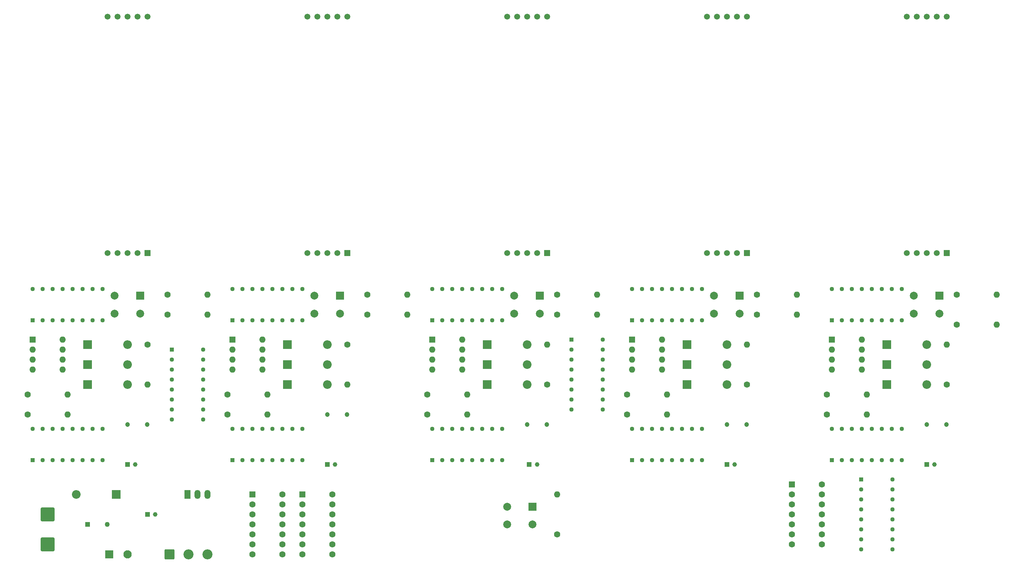
<source format=gbr>
%TF.GenerationSoftware,KiCad,Pcbnew,(6.0.2)*%
%TF.CreationDate,2022-03-04T23:41:04+01:00*%
%TF.ProjectId,Kniffel_V1,4b6e6966-6665-46c5-9f56-312e6b696361,rev?*%
%TF.SameCoordinates,Original*%
%TF.FileFunction,Soldermask,Top*%
%TF.FilePolarity,Negative*%
%FSLAX46Y46*%
G04 Gerber Fmt 4.6, Leading zero omitted, Abs format (unit mm)*
G04 Created by KiCad (PCBNEW (6.0.2)) date 2022-03-04 23:41:04*
%MOMM*%
%LPD*%
G01*
G04 APERTURE LIST*
G04 Aperture macros list*
%AMRoundRect*
0 Rectangle with rounded corners*
0 $1 Rounding radius*
0 $2 $3 $4 $5 $6 $7 $8 $9 X,Y pos of 4 corners*
0 Add a 4 corners polygon primitive as box body*
4,1,4,$2,$3,$4,$5,$6,$7,$8,$9,$2,$3,0*
0 Add four circle primitives for the rounded corners*
1,1,$1+$1,$2,$3*
1,1,$1+$1,$4,$5*
1,1,$1+$1,$6,$7*
1,1,$1+$1,$8,$9*
0 Add four rect primitives between the rounded corners*
20,1,$1+$1,$2,$3,$4,$5,0*
20,1,$1+$1,$4,$5,$6,$7,0*
20,1,$1+$1,$6,$7,$8,$9,0*
20,1,$1+$1,$8,$9,$2,$3,0*%
G04 Aperture macros list end*
%ADD10RoundRect,0.250002X-1.499998X-1.499998X1.499998X-1.499998X1.499998X1.499998X-1.499998X1.499998X0*%
%ADD11C,1.600000*%
%ADD12O,1.600000X1.600000*%
%ADD13R,1.130000X1.130000*%
%ADD14C,1.130000*%
%ADD15R,1.600000X1.600000*%
%ADD16C,1.200000*%
%ADD17R,2.200000X2.200000*%
%ADD18O,2.200000X2.200000*%
%ADD19RoundRect,0.249999X-1.025001X-1.025001X1.025001X-1.025001X1.025001X1.025001X-1.025001X1.025001X0*%
%ADD20C,2.550000*%
%ADD21R,1.150000X1.150000*%
%ADD22C,1.150000*%
%ADD23R,1.500000X2.300000*%
%ADD24O,1.500000X2.300000*%
%ADD25RoundRect,0.250001X-0.799999X-0.799999X0.799999X-0.799999X0.799999X0.799999X-0.799999X0.799999X0*%
%ADD26C,2.100000*%
%ADD27R,1.275000X1.275000*%
%ADD28C,1.275000*%
%ADD29R,2.000000X2.000000*%
%ADD30C,2.000000*%
%ADD31R,1.500000X1.500000*%
%ADD32C,1.500000*%
G04 APERTURE END LIST*
D10*
%TO.C,J1*%
X22860000Y-147320000D03*
%TD*%
D11*
%TO.C,R18*%
X170180000Y-116840000D03*
D12*
X180340000Y-116840000D03*
%TD*%
D13*
%TO.C,IC3*%
X69850000Y-97950000D03*
D14*
X72390000Y-97950000D03*
X74930000Y-97950000D03*
X77470000Y-97950000D03*
X80010000Y-97950000D03*
X82550000Y-97950000D03*
X85090000Y-97950000D03*
X87630000Y-97950000D03*
X87630000Y-90010000D03*
X85090000Y-90010000D03*
X82550000Y-90010000D03*
X80010000Y-90010000D03*
X77470000Y-90010000D03*
X74930000Y-90010000D03*
X72390000Y-90010000D03*
X69850000Y-90010000D03*
%TD*%
D11*
%TO.C,R10*%
X99060000Y-104140000D03*
D12*
X99060000Y-114300000D03*
%TD*%
D11*
%TO.C,R25*%
X251460000Y-114300000D03*
D12*
X251460000Y-104140000D03*
%TD*%
D11*
%TO.C,R4*%
X17780000Y-121920000D03*
D12*
X27940000Y-121920000D03*
%TD*%
D11*
%TO.C,R15*%
X149860000Y-114300000D03*
D12*
X149860000Y-104140000D03*
%TD*%
D11*
%TO.C,R20*%
X200660000Y-114300000D03*
D12*
X200660000Y-104140000D03*
%TD*%
D11*
%TO.C,R3*%
X17780000Y-116840000D03*
D12*
X27940000Y-116840000D03*
%TD*%
D13*
%TO.C,IC5*%
X120650000Y-97950000D03*
D14*
X123190000Y-97950000D03*
X125730000Y-97950000D03*
X128270000Y-97950000D03*
X130810000Y-97950000D03*
X133350000Y-97950000D03*
X135890000Y-97950000D03*
X138430000Y-97950000D03*
X138430000Y-90010000D03*
X135890000Y-90010000D03*
X133350000Y-90010000D03*
X130810000Y-90010000D03*
X128270000Y-90010000D03*
X125730000Y-90010000D03*
X123190000Y-90010000D03*
X120650000Y-90010000D03*
%TD*%
D15*
%TO.C,U6*%
X69860000Y-102880000D03*
D12*
X69860000Y-105420000D03*
X69860000Y-107960000D03*
X69860000Y-110500000D03*
X77480000Y-110500000D03*
X77480000Y-107960000D03*
X77480000Y-105420000D03*
X77480000Y-102880000D03*
%TD*%
D16*
%TO.C,C3*%
X43180000Y-124460000D03*
X48180000Y-124460000D03*
%TD*%
D11*
%TO.C,R2*%
X53340000Y-96520000D03*
D12*
X63500000Y-96520000D03*
%TD*%
D17*
%TO.C,D11*%
X185420000Y-104140000D03*
D18*
X195580000Y-104140000D03*
%TD*%
D13*
%TO.C,IC8*%
X222250000Y-97950000D03*
D14*
X224790000Y-97950000D03*
X227330000Y-97950000D03*
X229870000Y-97950000D03*
X232410000Y-97950000D03*
X234950000Y-97950000D03*
X237490000Y-97950000D03*
X240030000Y-97950000D03*
X240030000Y-90010000D03*
X237490000Y-90010000D03*
X234950000Y-90010000D03*
X232410000Y-90010000D03*
X229870000Y-90010000D03*
X227330000Y-90010000D03*
X224790000Y-90010000D03*
X222250000Y-90010000D03*
%TD*%
D17*
%TO.C,D1*%
X40360000Y-142240000D03*
D18*
X30200000Y-142240000D03*
%TD*%
D13*
%TO.C,IC2*%
X19050000Y-97950000D03*
D14*
X21590000Y-97950000D03*
X24130000Y-97950000D03*
X26670000Y-97950000D03*
X29210000Y-97950000D03*
X31750000Y-97950000D03*
X34290000Y-97950000D03*
X36830000Y-97950000D03*
X36830000Y-90010000D03*
X34290000Y-90010000D03*
X31750000Y-90010000D03*
X29210000Y-90010000D03*
X26670000Y-90010000D03*
X24130000Y-90010000D03*
X21590000Y-90010000D03*
X19050000Y-90010000D03*
%TD*%
D17*
%TO.C,D3*%
X33020000Y-114300000D03*
D18*
X43180000Y-114300000D03*
%TD*%
D15*
%TO.C,U10*%
X171460000Y-102880000D03*
D12*
X171460000Y-105420000D03*
X171460000Y-107960000D03*
X171460000Y-110500000D03*
X179080000Y-110500000D03*
X179080000Y-107960000D03*
X179080000Y-105420000D03*
X179080000Y-102880000D03*
%TD*%
D19*
%TO.C,J4*%
X53900000Y-157480000D03*
D20*
X58700000Y-157480000D03*
X63500000Y-157480000D03*
%TD*%
D16*
%TO.C,C11*%
X246380000Y-124460000D03*
X251380000Y-124460000D03*
%TD*%
D17*
%TO.C,D10*%
X134620000Y-114300000D03*
D18*
X144780000Y-114300000D03*
%TD*%
D13*
%TO.C,U7*%
X69850000Y-133510000D03*
D14*
X72390000Y-133510000D03*
X74930000Y-133510000D03*
X77470000Y-133510000D03*
X80010000Y-133510000D03*
X82550000Y-133510000D03*
X85090000Y-133510000D03*
X87630000Y-133510000D03*
X87630000Y-125570000D03*
X85090000Y-125570000D03*
X82550000Y-125570000D03*
X80010000Y-125570000D03*
X77470000Y-125570000D03*
X74930000Y-125570000D03*
X72390000Y-125570000D03*
X69850000Y-125570000D03*
%TD*%
D17*
%TO.C,D7*%
X83820000Y-114300000D03*
D18*
X93980000Y-114300000D03*
%TD*%
D13*
%TO.C,IC4*%
X156050000Y-102870000D03*
D14*
X156050000Y-105410000D03*
X156050000Y-107950000D03*
X156050000Y-110490000D03*
X156050000Y-113030000D03*
X156050000Y-115570000D03*
X156050000Y-118110000D03*
X156050000Y-120650000D03*
X163990000Y-120650000D03*
X163990000Y-118110000D03*
X163990000Y-115570000D03*
X163990000Y-113030000D03*
X163990000Y-110490000D03*
X163990000Y-107950000D03*
X163990000Y-105410000D03*
X163990000Y-102870000D03*
%TD*%
D11*
%TO.C,R16*%
X152400000Y-91440000D03*
D12*
X162560000Y-91440000D03*
%TD*%
D17*
%TO.C,D16*%
X236220000Y-114300000D03*
D18*
X246380000Y-114300000D03*
%TD*%
D10*
%TO.C,J2*%
X22860000Y-154940000D03*
%TD*%
D21*
%TO.C,C2*%
X48260000Y-147320000D03*
D22*
X50260000Y-147320000D03*
%TD*%
D21*
%TO.C,C4*%
X43180000Y-134620000D03*
D22*
X45180000Y-134620000D03*
%TD*%
D15*
%TO.C,U4*%
X74930000Y-142210000D03*
D11*
X74930000Y-144750000D03*
X74930000Y-147290000D03*
X74930000Y-149830000D03*
X74930000Y-152370000D03*
X74930000Y-154910000D03*
X74930000Y-157450000D03*
X82550000Y-157450000D03*
X82550000Y-154910000D03*
X82550000Y-152370000D03*
X82550000Y-149830000D03*
X82550000Y-147290000D03*
X82550000Y-144750000D03*
X82550000Y-142210000D03*
%TD*%
D17*
%TO.C,D8*%
X134620000Y-104140000D03*
D18*
X144780000Y-104140000D03*
%TD*%
D11*
%TO.C,R9*%
X68580000Y-121920000D03*
D12*
X78740000Y-121920000D03*
%TD*%
D17*
%TO.C,D6*%
X83820000Y-109220000D03*
D18*
X93980000Y-109220000D03*
%TD*%
D11*
%TO.C,R22*%
X254000000Y-99060000D03*
D12*
X264160000Y-99060000D03*
%TD*%
D17*
%TO.C,D13*%
X185420000Y-114300000D03*
D18*
X195580000Y-114300000D03*
%TD*%
D15*
%TO.C,U2*%
X19060000Y-102880000D03*
D12*
X19060000Y-105420000D03*
X19060000Y-107960000D03*
X19060000Y-110500000D03*
X26680000Y-110500000D03*
X26680000Y-107960000D03*
X26680000Y-105420000D03*
X26680000Y-102880000D03*
%TD*%
D17*
%TO.C,D4*%
X33020000Y-109220000D03*
D18*
X43180000Y-109220000D03*
%TD*%
D13*
%TO.C,U3*%
X19050000Y-133510000D03*
D14*
X21590000Y-133510000D03*
X24130000Y-133510000D03*
X26670000Y-133510000D03*
X29210000Y-133510000D03*
X31750000Y-133510000D03*
X34290000Y-133510000D03*
X36830000Y-133510000D03*
X36830000Y-125570000D03*
X34290000Y-125570000D03*
X31750000Y-125570000D03*
X29210000Y-125570000D03*
X26670000Y-125570000D03*
X24130000Y-125570000D03*
X21590000Y-125570000D03*
X19050000Y-125570000D03*
%TD*%
D11*
%TO.C,R8*%
X68580000Y-116840000D03*
D12*
X78740000Y-116840000D03*
%TD*%
D21*
%TO.C,C10*%
X195580000Y-134620000D03*
D22*
X197580000Y-134620000D03*
%TD*%
D11*
%TO.C,R26*%
X254000000Y-91440000D03*
D12*
X264160000Y-91440000D03*
%TD*%
D21*
%TO.C,C12*%
X246380000Y-134620000D03*
D22*
X248380000Y-134620000D03*
%TD*%
D11*
%TO.C,R12*%
X152400000Y-96520000D03*
D12*
X162560000Y-96520000D03*
%TD*%
D11*
%TO.C,R7*%
X104140000Y-96520000D03*
D12*
X114300000Y-96520000D03*
%TD*%
D11*
%TO.C,R1*%
X152400000Y-152400000D03*
D12*
X152400000Y-142240000D03*
%TD*%
D13*
%TO.C,U11*%
X171450000Y-133510000D03*
D14*
X173990000Y-133510000D03*
X176530000Y-133510000D03*
X179070000Y-133510000D03*
X181610000Y-133510000D03*
X184150000Y-133510000D03*
X186690000Y-133510000D03*
X189230000Y-133510000D03*
X189230000Y-125570000D03*
X186690000Y-125570000D03*
X184150000Y-125570000D03*
X181610000Y-125570000D03*
X179070000Y-125570000D03*
X176530000Y-125570000D03*
X173990000Y-125570000D03*
X171450000Y-125570000D03*
%TD*%
D13*
%TO.C,IC7*%
X229710000Y-138430000D03*
D14*
X229710000Y-140970000D03*
X229710000Y-143510000D03*
X229710000Y-146050000D03*
X229710000Y-148590000D03*
X229710000Y-151130000D03*
X229710000Y-153670000D03*
X229710000Y-156210000D03*
X237650000Y-156210000D03*
X237650000Y-153670000D03*
X237650000Y-151130000D03*
X237650000Y-148590000D03*
X237650000Y-146050000D03*
X237650000Y-143510000D03*
X237650000Y-140970000D03*
X237650000Y-138430000D03*
%TD*%
D23*
%TO.C,U1*%
X58420000Y-142240000D03*
D24*
X60960000Y-142240000D03*
X63500000Y-142240000D03*
%TD*%
D17*
%TO.C,D15*%
X236220000Y-109220000D03*
D18*
X246380000Y-109220000D03*
%TD*%
D25*
%TO.C,J3*%
X38580000Y-157480000D03*
D26*
X43180000Y-157480000D03*
%TD*%
D13*
%TO.C,IC6*%
X171450000Y-97950000D03*
D14*
X173990000Y-97950000D03*
X176530000Y-97950000D03*
X179070000Y-97950000D03*
X181610000Y-97950000D03*
X184150000Y-97950000D03*
X186690000Y-97950000D03*
X189230000Y-97950000D03*
X189230000Y-90010000D03*
X186690000Y-90010000D03*
X184150000Y-90010000D03*
X181610000Y-90010000D03*
X179070000Y-90010000D03*
X176530000Y-90010000D03*
X173990000Y-90010000D03*
X171450000Y-90010000D03*
%TD*%
D15*
%TO.C,U12*%
X222260000Y-102880000D03*
D12*
X222260000Y-105420000D03*
X222260000Y-107960000D03*
X222260000Y-110500000D03*
X229880000Y-110500000D03*
X229880000Y-107960000D03*
X229880000Y-105420000D03*
X229880000Y-102880000D03*
%TD*%
D15*
%TO.C,U5*%
X87630000Y-142210000D03*
D11*
X87630000Y-144750000D03*
X87630000Y-147290000D03*
X87630000Y-149830000D03*
X87630000Y-152370000D03*
X87630000Y-154910000D03*
X87630000Y-157450000D03*
X95250000Y-157450000D03*
X95250000Y-154910000D03*
X95250000Y-152370000D03*
X95250000Y-149830000D03*
X95250000Y-147290000D03*
X95250000Y-144750000D03*
X95250000Y-142210000D03*
%TD*%
D16*
%TO.C,C5*%
X93980000Y-121920000D03*
X98980000Y-121920000D03*
%TD*%
D17*
%TO.C,D2*%
X33020000Y-104140000D03*
D18*
X43180000Y-104140000D03*
%TD*%
D11*
%TO.C,R5*%
X48260000Y-104140000D03*
D12*
X48260000Y-114300000D03*
%TD*%
D16*
%TO.C,C7*%
X144780000Y-124460000D03*
X149780000Y-124460000D03*
%TD*%
D11*
%TO.C,R24*%
X220980000Y-116840000D03*
D12*
X231140000Y-116840000D03*
%TD*%
D21*
%TO.C,C8*%
X145320000Y-134620000D03*
D22*
X147320000Y-134620000D03*
%TD*%
D17*
%TO.C,D14*%
X236220000Y-104140000D03*
D18*
X246380000Y-104140000D03*
%TD*%
D15*
%TO.C,U14*%
X212090000Y-139670000D03*
D11*
X212090000Y-142210000D03*
X212090000Y-144750000D03*
X212090000Y-147290000D03*
X212090000Y-149830000D03*
X212090000Y-152370000D03*
X212090000Y-154910000D03*
X219710000Y-154910000D03*
X219710000Y-152370000D03*
X219710000Y-149830000D03*
X219710000Y-147290000D03*
X219710000Y-144750000D03*
X219710000Y-142210000D03*
X219710000Y-139670000D03*
%TD*%
D13*
%TO.C,IC1*%
X54450000Y-105410000D03*
D14*
X54450000Y-107950000D03*
X54450000Y-110490000D03*
X54450000Y-113030000D03*
X54450000Y-115570000D03*
X54450000Y-118110000D03*
X54450000Y-120650000D03*
X54450000Y-123190000D03*
X62390000Y-123190000D03*
X62390000Y-120650000D03*
X62390000Y-118110000D03*
X62390000Y-115570000D03*
X62390000Y-113030000D03*
X62390000Y-110490000D03*
X62390000Y-107950000D03*
X62390000Y-105410000D03*
%TD*%
D11*
%TO.C,R23*%
X220980000Y-121920000D03*
D12*
X231140000Y-121920000D03*
%TD*%
D21*
%TO.C,C6*%
X93980000Y-134620000D03*
D22*
X95980000Y-134620000D03*
%TD*%
D17*
%TO.C,D5*%
X83820000Y-104140000D03*
D18*
X93980000Y-104140000D03*
%TD*%
D11*
%TO.C,R6*%
X53340000Y-91440000D03*
D12*
X63500000Y-91440000D03*
%TD*%
D11*
%TO.C,R17*%
X203200000Y-96520000D03*
D12*
X213360000Y-96520000D03*
%TD*%
D11*
%TO.C,R21*%
X203200000Y-91440000D03*
D12*
X213360000Y-91440000D03*
%TD*%
D17*
%TO.C,D12*%
X185420000Y-109220000D03*
D18*
X195580000Y-109220000D03*
%TD*%
D27*
%TO.C,C1*%
X33020000Y-149860000D03*
D28*
X38020000Y-149860000D03*
%TD*%
D11*
%TO.C,R11*%
X104140000Y-91440000D03*
D12*
X114300000Y-91440000D03*
%TD*%
D16*
%TO.C,C9*%
X195580000Y-124460000D03*
X200580000Y-124460000D03*
%TD*%
D11*
%TO.C,R13*%
X119380000Y-116840000D03*
D12*
X129540000Y-116840000D03*
%TD*%
D11*
%TO.C,R19*%
X170180000Y-121920000D03*
D12*
X180340000Y-121920000D03*
%TD*%
D11*
%TO.C,R14*%
X119380000Y-121920000D03*
D12*
X129540000Y-121920000D03*
%TD*%
D17*
%TO.C,D9*%
X134620000Y-109220000D03*
D18*
X144780000Y-109220000D03*
%TD*%
D13*
%TO.C,U13*%
X222250000Y-133510000D03*
D14*
X224790000Y-133510000D03*
X227330000Y-133510000D03*
X229870000Y-133510000D03*
X232410000Y-133510000D03*
X234950000Y-133510000D03*
X237490000Y-133510000D03*
X240030000Y-133510000D03*
X240030000Y-125570000D03*
X237490000Y-125570000D03*
X234950000Y-125570000D03*
X232410000Y-125570000D03*
X229870000Y-125570000D03*
X227330000Y-125570000D03*
X224790000Y-125570000D03*
X222250000Y-125570000D03*
%TD*%
D13*
%TO.C,U9*%
X120650000Y-133510000D03*
D14*
X123190000Y-133510000D03*
X125730000Y-133510000D03*
X128270000Y-133510000D03*
X130810000Y-133510000D03*
X133350000Y-133510000D03*
X135890000Y-133510000D03*
X138430000Y-133510000D03*
X138430000Y-125570000D03*
X135890000Y-125570000D03*
X133350000Y-125570000D03*
X130810000Y-125570000D03*
X128270000Y-125570000D03*
X125730000Y-125570000D03*
X123190000Y-125570000D03*
X120650000Y-125570000D03*
%TD*%
D15*
%TO.C,U8*%
X120660000Y-102880000D03*
D12*
X120660000Y-105420000D03*
X120660000Y-107960000D03*
X120660000Y-110500000D03*
X128280000Y-110500000D03*
X128280000Y-107960000D03*
X128280000Y-105420000D03*
X128280000Y-102880000D03*
%TD*%
D29*
%TO.C,S3*%
X97230000Y-91730000D03*
D30*
X90730000Y-91730000D03*
X97230000Y-96230000D03*
X90730000Y-96230000D03*
%TD*%
D31*
%TO.C,DS1*%
X48260000Y-80850000D03*
D32*
X45720000Y-80850000D03*
X43180000Y-80850000D03*
X40640000Y-80850000D03*
X38100000Y-80850000D03*
X38100000Y-20750000D03*
X40640000Y-20750000D03*
X43180000Y-20750000D03*
X45720000Y-20750000D03*
X48260000Y-20750000D03*
%TD*%
D29*
%TO.C,S2*%
X46430000Y-91730000D03*
D30*
X39930000Y-91730000D03*
X46430000Y-96230000D03*
X39930000Y-96230000D03*
%TD*%
D29*
%TO.C,S1*%
X146200000Y-145360000D03*
D30*
X139700000Y-145360000D03*
X146200000Y-149860000D03*
X139700000Y-149860000D03*
%TD*%
D31*
%TO.C,DS2*%
X99060000Y-80850000D03*
D32*
X96520000Y-80850000D03*
X93980000Y-80850000D03*
X91440000Y-80850000D03*
X88900000Y-80850000D03*
X88900000Y-20750000D03*
X91440000Y-20750000D03*
X93980000Y-20750000D03*
X96520000Y-20750000D03*
X99060000Y-20750000D03*
%TD*%
D31*
%TO.C,DS4*%
X200660000Y-80850000D03*
D32*
X198120000Y-80850000D03*
X195580000Y-80850000D03*
X193040000Y-80850000D03*
X190500000Y-80850000D03*
X190500000Y-20750000D03*
X193040000Y-20750000D03*
X195580000Y-20750000D03*
X198120000Y-20750000D03*
X200660000Y-20750000D03*
%TD*%
D29*
%TO.C,S4*%
X148030000Y-91730000D03*
D30*
X141530000Y-91730000D03*
X148030000Y-96230000D03*
X141530000Y-96230000D03*
%TD*%
D29*
%TO.C,S6*%
X249630000Y-91730000D03*
D30*
X243130000Y-91730000D03*
X249630000Y-96230000D03*
X243130000Y-96230000D03*
%TD*%
D29*
%TO.C,S5*%
X198830000Y-91730000D03*
D30*
X192330000Y-91730000D03*
X198830000Y-96230000D03*
X192330000Y-96230000D03*
%TD*%
D31*
%TO.C,DS5*%
X251460000Y-80850000D03*
D32*
X248920000Y-80850000D03*
X246380000Y-80850000D03*
X243840000Y-80850000D03*
X241300000Y-80850000D03*
X241300000Y-20750000D03*
X243840000Y-20750000D03*
X246380000Y-20750000D03*
X248920000Y-20750000D03*
X251460000Y-20750000D03*
%TD*%
D31*
%TO.C,DS3*%
X149860000Y-80850000D03*
D32*
X147320000Y-80850000D03*
X144780000Y-80850000D03*
X142240000Y-80850000D03*
X139700000Y-80850000D03*
X139700000Y-20750000D03*
X142240000Y-20750000D03*
X144780000Y-20750000D03*
X147320000Y-20750000D03*
X149860000Y-20750000D03*
%TD*%
M02*

</source>
